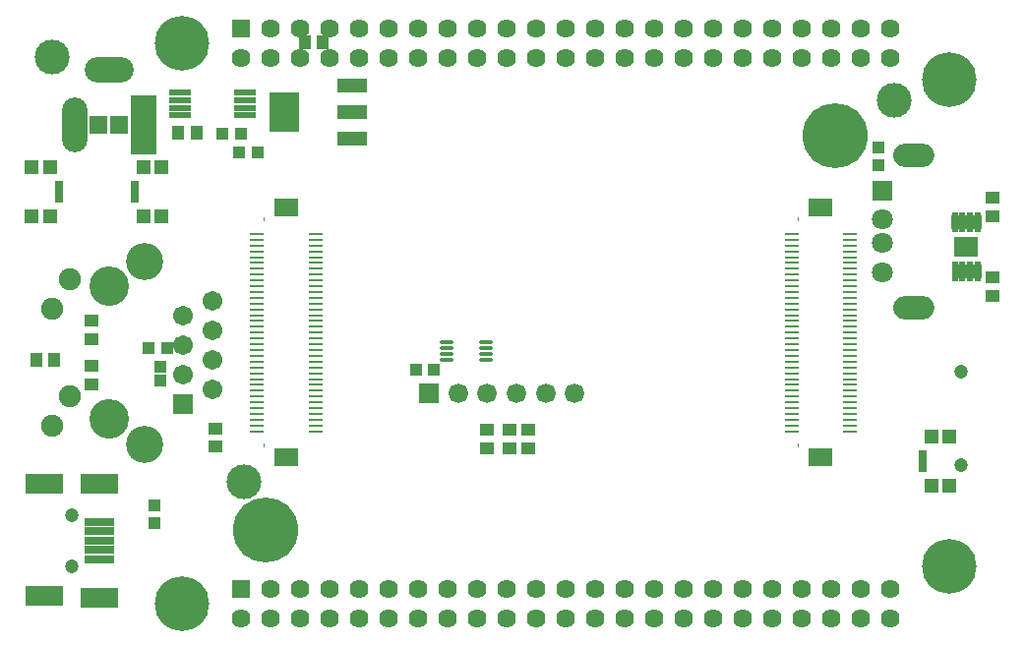
<source format=gts>
%FSLAX43Y43*%
%MOMM*%
G71*
G01*
G75*
G04 Layer_Color=8388736*
%ADD10C,0.254*%
%ADD11C,0.200*%
%ADD12C,0.200*%
%ADD13R,1.000X0.900*%
%ADD14R,1.890X1.570*%
%ADD15O,0.400X1.600*%
%ADD16R,0.400X1.600*%
%ADD17R,0.800X0.800*%
%ADD18R,0.600X1.700*%
%ADD19R,1.000X1.000*%
%ADD20R,2.400X0.950*%
%ADD21R,2.400X3.300*%
%ADD22R,0.900X1.000*%
%ADD23R,0.914X0.813*%
%ADD24R,1.200X0.250*%
%ADD25R,2.000X1.450*%
%ADD26R,0.813X0.914*%
%ADD27O,1.200X0.250*%
%ADD28R,1.300X1.400*%
%ADD29R,1.650X0.300*%
%ADD30C,1.000*%
%ADD31R,3.000X1.500*%
%ADD32R,2.300X0.500*%
%ADD33C,0.350*%
%ADD34C,0.400*%
%ADD35C,1.000*%
%ADD36C,0.508*%
%ADD37C,0.800*%
%ADD38C,0.500*%
%ADD39C,0.305*%
%ADD40C,0.300*%
%ADD41R,1.700X2.100*%
%ADD42C,1.420*%
%ADD43R,1.420X1.420*%
%ADD44O,2.000X4.500*%
%ADD45R,2.000X5.000*%
%ADD46O,4.000X2.000*%
%ADD47C,1.700*%
%ADD48C,1.500*%
%ADD49R,1.500X1.500*%
%ADD50C,3.200*%
%ADD51C,3.000*%
%ADD52R,1.480X1.480*%
%ADD53C,1.480*%
%ADD54C,5.500*%
%ADD55C,4.500*%
%ADD56O,3.340X1.800*%
%ADD57R,1.600X1.600*%
%ADD58C,1.600*%
%ADD59C,0.800*%
%ADD60C,0.400*%
G04:AMPARAMS|DCode=61|XSize=1mm|YSize=1.5mm|CornerRadius=0.25mm|HoleSize=0mm|Usage=FLASHONLY|Rotation=180.000|XOffset=0mm|YOffset=0mm|HoleType=Round|Shape=RoundedRectangle|*
%AMROUNDEDRECTD61*
21,1,1.000,1.000,0,0,180.0*
21,1,0.500,1.500,0,0,180.0*
1,1,0.500,-0.250,0.500*
1,1,0.500,0.250,0.500*
1,1,0.500,0.250,-0.500*
1,1,0.500,-0.250,-0.500*
%
%ADD61ROUNDEDRECTD61*%
%ADD62R,2.200X1.200*%
%ADD63R,1.600X0.700*%
%ADD64R,1.400X1.200*%
%ADD65R,1.400X1.600*%
%ADD66R,0.400X0.650*%
%ADD67R,2.600X2.200*%
%ADD68R,1.700X1.600*%
%ADD69C,0.250*%
%ADD70C,0.100*%
%ADD71R,1.203X1.103*%
%ADD72R,2.093X1.773*%
%ADD73O,0.603X1.803*%
%ADD74R,0.603X1.803*%
%ADD75R,1.003X1.003*%
%ADD76R,0.803X1.903*%
%ADD77R,1.203X1.203*%
%ADD78R,2.603X1.153*%
%ADD79R,2.603X3.503*%
%ADD80R,1.103X1.203*%
%ADD81R,1.118X1.016*%
%ADD82R,1.240X0.290*%
%ADD83R,2.040X1.490*%
%ADD84R,1.016X1.118*%
%ADD85O,1.300X0.350*%
%ADD86R,1.503X1.603*%
%ADD87R,1.853X0.503*%
%ADD88C,3.000*%
%ADD89R,3.203X1.703*%
%ADD90R,2.503X0.703*%
%ADD91C,1.623*%
%ADD92R,1.623X1.623*%
%ADD93O,2.203X4.703*%
%ADD94R,2.203X5.203*%
%ADD95O,4.203X2.203*%
%ADD96C,1.903*%
%ADD97C,1.703*%
%ADD98R,1.703X1.703*%
%ADD99C,3.403*%
%ADD100C,3.203*%
%ADD101R,1.683X1.683*%
%ADD102C,1.683*%
%ADD103C,1.203*%
%ADD104C,5.600*%
%ADD105R,0.040X0.290*%
%ADD106C,4.703*%
%ADD107O,3.543X2.003*%
%ADD108R,1.803X1.803*%
%ADD109C,1.803*%
%ADD110C,0.603*%
D71*
X103429Y71666D02*
D03*
Y73266D02*
D03*
X80061Y71768D02*
D03*
Y73368D02*
D03*
X69367Y81064D02*
D03*
Y82664D02*
D03*
Y78753D02*
D03*
Y77153D02*
D03*
X146925Y84800D02*
D03*
Y86400D02*
D03*
X146900Y91625D02*
D03*
Y93225D02*
D03*
X105385Y73241D02*
D03*
Y71641D02*
D03*
X106985Y71615D02*
D03*
Y73215D02*
D03*
D72*
X144675Y88975D02*
D03*
D73*
X145650Y91075D02*
D03*
X145000D02*
D03*
X144350D02*
D03*
X143700D02*
D03*
X145650Y86875D02*
D03*
X145000D02*
D03*
X144350D02*
D03*
D74*
X143700D02*
D03*
D75*
X75311Y78695D02*
D03*
Y77445D02*
D03*
D76*
X66573Y93734D02*
D03*
X140894Y70528D02*
D03*
X73076Y93718D02*
D03*
D77*
X64211Y91634D02*
D03*
X65811D02*
D03*
X64211Y95834D02*
D03*
X65811D02*
D03*
X141656Y68428D02*
D03*
X143256D02*
D03*
X141656Y72628D02*
D03*
X143256D02*
D03*
X73838Y91618D02*
D03*
X75438D02*
D03*
X73838Y95818D02*
D03*
X75438D02*
D03*
D78*
X91800Y98309D02*
D03*
Y100609D02*
D03*
Y102909D02*
D03*
D79*
X86000Y100609D02*
D03*
D80*
X66205Y79248D02*
D03*
X64605D02*
D03*
X78422Y98781D02*
D03*
X76822D02*
D03*
X87719Y106578D02*
D03*
X89319D02*
D03*
D81*
X74830Y66760D02*
D03*
Y65186D02*
D03*
X137150Y95988D02*
D03*
Y97562D02*
D03*
D82*
X129650Y90100D02*
D03*
Y89600D02*
D03*
Y89100D02*
D03*
Y88600D02*
D03*
Y88100D02*
D03*
Y87600D02*
D03*
Y87100D02*
D03*
Y86600D02*
D03*
Y86100D02*
D03*
Y85600D02*
D03*
Y85100D02*
D03*
Y84600D02*
D03*
Y84100D02*
D03*
Y83600D02*
D03*
Y83100D02*
D03*
Y82600D02*
D03*
Y82100D02*
D03*
Y81600D02*
D03*
Y81100D02*
D03*
Y80600D02*
D03*
Y80100D02*
D03*
Y79600D02*
D03*
Y79100D02*
D03*
Y78600D02*
D03*
Y78100D02*
D03*
Y77600D02*
D03*
Y77100D02*
D03*
Y76600D02*
D03*
Y76100D02*
D03*
Y75600D02*
D03*
Y75100D02*
D03*
Y74600D02*
D03*
Y74100D02*
D03*
Y73600D02*
D03*
X134650Y90100D02*
D03*
Y89600D02*
D03*
Y89100D02*
D03*
Y88600D02*
D03*
Y88100D02*
D03*
Y87600D02*
D03*
Y87100D02*
D03*
Y86600D02*
D03*
Y86100D02*
D03*
Y85600D02*
D03*
Y85100D02*
D03*
Y84600D02*
D03*
Y84100D02*
D03*
Y83600D02*
D03*
Y83100D02*
D03*
Y82600D02*
D03*
Y82100D02*
D03*
Y81600D02*
D03*
Y81100D02*
D03*
Y80600D02*
D03*
Y80100D02*
D03*
Y79600D02*
D03*
Y79100D02*
D03*
Y78600D02*
D03*
Y78100D02*
D03*
Y77600D02*
D03*
Y77100D02*
D03*
Y76600D02*
D03*
Y76100D02*
D03*
Y75600D02*
D03*
Y75100D02*
D03*
Y74600D02*
D03*
Y74100D02*
D03*
Y73600D02*
D03*
Y73100D02*
D03*
X129650Y73100D02*
D03*
X83650Y90100D02*
D03*
Y89600D02*
D03*
Y89100D02*
D03*
Y88600D02*
D03*
Y88100D02*
D03*
Y87600D02*
D03*
Y87100D02*
D03*
Y86600D02*
D03*
Y86100D02*
D03*
Y85600D02*
D03*
Y85100D02*
D03*
Y84600D02*
D03*
Y84100D02*
D03*
Y83600D02*
D03*
Y83100D02*
D03*
Y82600D02*
D03*
Y82100D02*
D03*
Y81600D02*
D03*
Y81100D02*
D03*
Y80600D02*
D03*
Y80100D02*
D03*
Y79600D02*
D03*
Y79100D02*
D03*
Y78600D02*
D03*
Y78100D02*
D03*
Y77600D02*
D03*
Y77100D02*
D03*
Y76600D02*
D03*
Y76100D02*
D03*
Y75600D02*
D03*
Y75100D02*
D03*
Y74600D02*
D03*
Y74100D02*
D03*
Y73600D02*
D03*
Y73100D02*
D03*
X88650Y90100D02*
D03*
Y89600D02*
D03*
Y89100D02*
D03*
Y88600D02*
D03*
Y88100D02*
D03*
Y87600D02*
D03*
Y87100D02*
D03*
Y86600D02*
D03*
Y86100D02*
D03*
Y85600D02*
D03*
Y85100D02*
D03*
Y84600D02*
D03*
Y84100D02*
D03*
Y83600D02*
D03*
Y83100D02*
D03*
Y82600D02*
D03*
Y82100D02*
D03*
Y81600D02*
D03*
Y81100D02*
D03*
Y80600D02*
D03*
Y80100D02*
D03*
Y79600D02*
D03*
Y79100D02*
D03*
Y78600D02*
D03*
Y78100D02*
D03*
Y77600D02*
D03*
Y77100D02*
D03*
Y76600D02*
D03*
Y76100D02*
D03*
Y75600D02*
D03*
Y75100D02*
D03*
Y74600D02*
D03*
Y74100D02*
D03*
Y73600D02*
D03*
Y73100D02*
D03*
D83*
X86150Y70850D02*
D03*
Y92350D02*
D03*
X132150Y70850D02*
D03*
Y92350D02*
D03*
D84*
X74320Y80289D02*
D03*
X75895D02*
D03*
X98882Y78435D02*
D03*
X97307D02*
D03*
X82093Y97079D02*
D03*
X83668D02*
D03*
X82220Y98755D02*
D03*
X80645D02*
D03*
D85*
X103300Y79275D02*
D03*
Y79775D02*
D03*
Y80275D02*
D03*
Y80775D02*
D03*
X99950Y79275D02*
D03*
Y79775D02*
D03*
Y80275D02*
D03*
Y80775D02*
D03*
D86*
X69941Y99517D02*
D03*
X71741D02*
D03*
D87*
X77006Y102245D02*
D03*
Y101595D02*
D03*
Y100945D02*
D03*
Y100295D02*
D03*
X82556Y102245D02*
D03*
Y101595D02*
D03*
Y100945D02*
D03*
Y100295D02*
D03*
D88*
X66040Y105359D02*
D03*
X138481Y101575D02*
D03*
X82499Y68783D02*
D03*
D89*
X70080Y68599D02*
D03*
Y58799D02*
D03*
X65305Y68599D02*
D03*
Y58924D02*
D03*
D90*
X70080Y65299D02*
D03*
Y64499D02*
D03*
Y62899D02*
D03*
Y62099D02*
D03*
Y63699D02*
D03*
D91*
X138176Y105283D02*
D03*
X135636D02*
D03*
X133096D02*
D03*
X130556D02*
D03*
X128016D02*
D03*
X125476D02*
D03*
X122936D02*
D03*
X120396D02*
D03*
X117856D02*
D03*
X115316D02*
D03*
X112776D02*
D03*
X110236D02*
D03*
X107696D02*
D03*
X105156D02*
D03*
X102616D02*
D03*
X100076D02*
D03*
X97536D02*
D03*
X94996D02*
D03*
X92456D02*
D03*
X89916D02*
D03*
X87376D02*
D03*
X84836D02*
D03*
X82296D02*
D03*
X138176Y107823D02*
D03*
X135636D02*
D03*
X133096D02*
D03*
X130556D02*
D03*
X128016D02*
D03*
X125476D02*
D03*
X122936D02*
D03*
X120396D02*
D03*
X117856D02*
D03*
X115316D02*
D03*
X112776D02*
D03*
X110236D02*
D03*
X107696D02*
D03*
X105156D02*
D03*
X102616D02*
D03*
X100076D02*
D03*
X97536D02*
D03*
X94996D02*
D03*
X92456D02*
D03*
X89916D02*
D03*
X87376D02*
D03*
X84836D02*
D03*
Y59563D02*
D03*
X87376D02*
D03*
X89916D02*
D03*
X92456D02*
D03*
X94996D02*
D03*
X97536D02*
D03*
X100076D02*
D03*
X102616D02*
D03*
X105156D02*
D03*
X107696D02*
D03*
X110236D02*
D03*
X112776D02*
D03*
X115316D02*
D03*
X117856D02*
D03*
X120396D02*
D03*
X122936D02*
D03*
X125476D02*
D03*
X128016D02*
D03*
X130556D02*
D03*
X133096D02*
D03*
X135636D02*
D03*
X138176D02*
D03*
X82296Y57023D02*
D03*
X84836D02*
D03*
X87376D02*
D03*
X89916D02*
D03*
X92456D02*
D03*
X94996D02*
D03*
X97536D02*
D03*
X100076D02*
D03*
X102616D02*
D03*
X105156D02*
D03*
X107696D02*
D03*
X110236D02*
D03*
X112776D02*
D03*
X115316D02*
D03*
X117856D02*
D03*
X120396D02*
D03*
X122936D02*
D03*
X125476D02*
D03*
X128016D02*
D03*
X130556D02*
D03*
X133096D02*
D03*
X135636D02*
D03*
X138176D02*
D03*
D92*
X82296Y107823D02*
D03*
Y59563D02*
D03*
D93*
X67914Y99517D02*
D03*
D94*
X73914D02*
D03*
D95*
X70914Y104217D02*
D03*
D96*
X66036Y83663D02*
D03*
X67556Y76093D02*
D03*
X66036Y73553D02*
D03*
X67556Y86203D02*
D03*
D97*
X79826Y76703D02*
D03*
X77286Y77973D02*
D03*
X79826Y79243D02*
D03*
X77286Y80513D02*
D03*
X79826Y81783D02*
D03*
X77286Y83053D02*
D03*
X79826Y84323D02*
D03*
D98*
X77286Y75433D02*
D03*
D99*
X70936Y85593D02*
D03*
Y74163D02*
D03*
D100*
X73986Y72003D02*
D03*
Y87753D02*
D03*
D101*
X98461Y76418D02*
D03*
D102*
X100961D02*
D03*
X103461D02*
D03*
X105961D02*
D03*
X108461D02*
D03*
X110961D02*
D03*
D103*
X144211Y70218D02*
D03*
Y78198D02*
D03*
X67730Y65899D02*
D03*
Y61499D02*
D03*
D104*
X84400Y64600D02*
D03*
X133400Y98600D02*
D03*
D105*
X84250Y91350D02*
D03*
Y71850D02*
D03*
X130250Y91350D02*
D03*
Y71850D02*
D03*
D106*
X77216Y58293D02*
D03*
Y106553D02*
D03*
X143256Y61468D02*
D03*
Y103378D02*
D03*
D107*
X140200Y83753D02*
D03*
Y96893D02*
D03*
D108*
X137490Y93823D02*
D03*
D109*
Y91323D02*
D03*
X137490Y86823D02*
D03*
X137490Y89323D02*
D03*
D110*
X145325Y89450D02*
D03*
Y88475D02*
D03*
X144025D02*
D03*
Y89450D02*
D03*
X144675Y88975D02*
D03*
M02*

</source>
